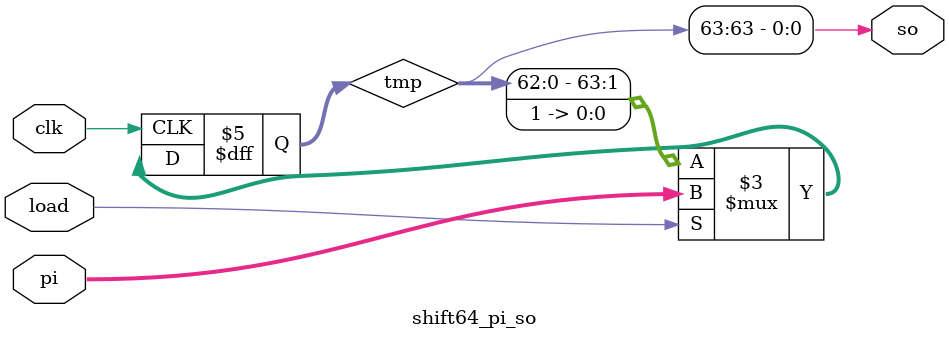
<source format=v>

module shift64_pi_so (clk, load, pi, so);
input clk;       //Clock to shift
input load;      //Signal to load parallel in (synchronous)
input [63:0] pi; //Parallel input data
output so;       //Serial output data

wire clk, load;
wire [63:0] pi;
wire so;

reg [63:0] tmp;  //Internal register holding data to shift out

always @ (posedge clk)
begin
  if (load)
    tmp <= pi;
  else
    tmp <= {tmp[62:0], 1'b1};
//  $display("%g\t  %h     %b", $time, tmp, so);
end

assign so = tmp[63];

endmodule

</source>
